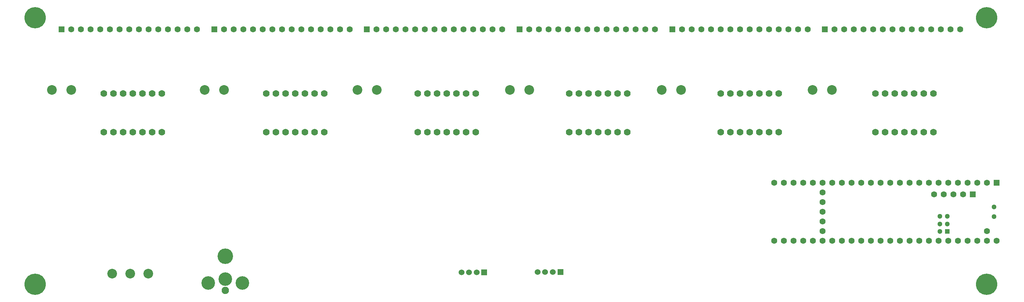
<source format=gbs>
%TF.GenerationSoftware,KiCad,Pcbnew,7.0.10-7.0.10~ubuntu22.04.1*%
%TF.CreationDate,2024-07-14T10:31:00-07:00*%
%TF.ProjectId,arena,6172656e-612e-46b6-9963-61645f706362,rev?*%
%TF.SameCoordinates,Original*%
%TF.FileFunction,Soldermask,Bot*%
%TF.FilePolarity,Negative*%
%FSLAX46Y46*%
G04 Gerber Fmt 4.6, Leading zero omitted, Abs format (unit mm)*
G04 Created by KiCad (PCBNEW 7.0.10-7.0.10~ubuntu22.04.1) date 2024-07-14 10:31:00*
%MOMM*%
%LPD*%
G01*
G04 APERTURE LIST*
%ADD10C,2.540000*%
%ADD11R,1.600000X1.600000*%
%ADD12C,1.600000*%
%ADD13C,1.778000*%
%ADD14C,3.556000*%
%ADD15C,1.930400*%
%ADD16C,4.064000*%
%ADD17R,1.524000X1.524000*%
%ADD18C,1.524000*%
%ADD19C,5.600000*%
%ADD20R,1.300000X1.300000*%
%ADD21C,1.300000*%
G04 APERTURE END LIST*
D10*
%TO.C,C1*%
X49460000Y-74000000D03*
X54540000Y-74000000D03*
%TD*%
%TO.C,C2*%
X89530200Y-74000000D03*
X94610200Y-74000000D03*
%TD*%
%TO.C,C3*%
X129680200Y-74000000D03*
X134760200Y-74000000D03*
%TD*%
%TO.C,C4*%
X169710000Y-74000000D03*
X174790000Y-74000000D03*
%TD*%
%TO.C,C5*%
X209630200Y-74000000D03*
X214710200Y-74000000D03*
%TD*%
D11*
%TO.C,P1*%
X51970000Y-58100000D03*
D12*
X54510000Y-58100000D03*
X57050000Y-58100000D03*
X59590000Y-58100000D03*
X62130000Y-58100000D03*
X64670000Y-58100000D03*
X67210000Y-58100000D03*
X69750000Y-58100000D03*
X72290000Y-58100000D03*
X74830000Y-58100000D03*
X77370000Y-58100000D03*
X79910000Y-58100000D03*
X82450000Y-58100000D03*
X84990000Y-58100000D03*
X87530000Y-58100000D03*
%TD*%
D11*
%TO.C,P2*%
X92070000Y-58100000D03*
D12*
X94610000Y-58100000D03*
X97150000Y-58100000D03*
X99690000Y-58100000D03*
X102230000Y-58100000D03*
X104770000Y-58100000D03*
X107310000Y-58100000D03*
X109850000Y-58100000D03*
X112390000Y-58100000D03*
X114930000Y-58100000D03*
X117470000Y-58100000D03*
X120010000Y-58100000D03*
X122550000Y-58100000D03*
X125090000Y-58100000D03*
X127630000Y-58100000D03*
%TD*%
D11*
%TO.C,P3*%
X132170000Y-58100000D03*
D12*
X134710000Y-58100000D03*
X137250000Y-58100000D03*
X139790000Y-58100000D03*
X142330000Y-58100000D03*
X144870000Y-58100000D03*
X147410000Y-58100000D03*
X149950000Y-58100000D03*
X152490000Y-58100000D03*
X155030000Y-58100000D03*
X157570000Y-58100000D03*
X160110000Y-58100000D03*
X162650000Y-58100000D03*
X165190000Y-58100000D03*
X167730000Y-58100000D03*
%TD*%
D11*
%TO.C,P4*%
X172270000Y-58100000D03*
D12*
X174810000Y-58100000D03*
X177350000Y-58100000D03*
X179890000Y-58100000D03*
X182430000Y-58100000D03*
X184970000Y-58100000D03*
X187510000Y-58100000D03*
X190050000Y-58100000D03*
X192590000Y-58100000D03*
X195130000Y-58100000D03*
X197670000Y-58100000D03*
X200210000Y-58100000D03*
X202750000Y-58100000D03*
X205290000Y-58100000D03*
X207830000Y-58100000D03*
%TD*%
D11*
%TO.C,P5*%
X212370000Y-58100000D03*
D12*
X214910000Y-58100000D03*
X217450000Y-58100000D03*
X219990000Y-58100000D03*
X222530000Y-58100000D03*
X225070000Y-58100000D03*
X227610000Y-58100000D03*
X230150000Y-58100000D03*
X232690000Y-58100000D03*
X235230000Y-58100000D03*
X237770000Y-58100000D03*
X240310000Y-58100000D03*
X242850000Y-58100000D03*
X245390000Y-58100000D03*
X247930000Y-58100000D03*
%TD*%
D11*
%TO.C,P6*%
X252470000Y-58100000D03*
D12*
X255010000Y-58100000D03*
X257550000Y-58100000D03*
X260090000Y-58100000D03*
X262630000Y-58100000D03*
X265170000Y-58100000D03*
X267710000Y-58100000D03*
X270250000Y-58100000D03*
X272790000Y-58100000D03*
X275330000Y-58100000D03*
X277870000Y-58100000D03*
X280410000Y-58100000D03*
X282950000Y-58100000D03*
X285490000Y-58100000D03*
X288030000Y-58100000D03*
%TD*%
D10*
%TO.C,SW1*%
X65250200Y-122200000D03*
X70000000Y-122200000D03*
X74749800Y-122200000D03*
%TD*%
D13*
%TO.C,U1*%
X63060000Y-85080000D03*
X65600000Y-85080000D03*
X68140000Y-85080000D03*
X70680000Y-85080000D03*
X73220000Y-85080000D03*
X75760000Y-85080000D03*
X78300000Y-85080000D03*
X78300000Y-74920000D03*
X75760000Y-74920000D03*
X73220000Y-74920000D03*
X70680000Y-74920000D03*
X68140000Y-74920000D03*
X65600000Y-74920000D03*
X63060000Y-74920000D03*
%TD*%
%TO.C,U2*%
X225120000Y-85080000D03*
X227660000Y-85080000D03*
X230200000Y-85080000D03*
X232740000Y-85080000D03*
X235280000Y-85080000D03*
X237820000Y-85080000D03*
X240360000Y-85080000D03*
X240360000Y-74920000D03*
X237820000Y-74920000D03*
X235280000Y-74920000D03*
X232740000Y-74920000D03*
X230200000Y-74920000D03*
X227660000Y-74920000D03*
X225120000Y-74920000D03*
%TD*%
%TO.C,U3*%
X105740000Y-85080000D03*
X108280000Y-85080000D03*
X110820000Y-85080000D03*
X113360000Y-85080000D03*
X115900000Y-85080000D03*
X118440000Y-85080000D03*
X120980000Y-85080000D03*
X120980000Y-74920000D03*
X118440000Y-74920000D03*
X115900000Y-74920000D03*
X113360000Y-74920000D03*
X110820000Y-74920000D03*
X108280000Y-74920000D03*
X105740000Y-74920000D03*
%TD*%
%TO.C,U4*%
X145560000Y-85080000D03*
X148100000Y-85080000D03*
X150640000Y-85080000D03*
X153180000Y-85080000D03*
X155720000Y-85080000D03*
X158260000Y-85080000D03*
X160800000Y-85080000D03*
X160800000Y-74920000D03*
X158260000Y-74920000D03*
X155720000Y-74920000D03*
X153180000Y-74920000D03*
X150640000Y-74920000D03*
X148100000Y-74920000D03*
X145560000Y-74920000D03*
%TD*%
%TO.C,U5*%
X185300000Y-85080000D03*
X187840000Y-85080000D03*
X190380000Y-85080000D03*
X192920000Y-85080000D03*
X195460000Y-85080000D03*
X198000000Y-85080000D03*
X200540000Y-85080000D03*
X200540000Y-74920000D03*
X198000000Y-74920000D03*
X195460000Y-74920000D03*
X192920000Y-74920000D03*
X190380000Y-74920000D03*
X187840000Y-74920000D03*
X185300000Y-74920000D03*
%TD*%
%TO.C,U6*%
X265790000Y-85080000D03*
X268330000Y-85080000D03*
X270870000Y-85080000D03*
X273410000Y-85080000D03*
X275950000Y-85080000D03*
X278490000Y-85080000D03*
X281030000Y-85080000D03*
X281030000Y-74920000D03*
X278490000Y-74920000D03*
X275950000Y-74920000D03*
X273410000Y-74920000D03*
X270870000Y-74920000D03*
X268330000Y-74920000D03*
X265790000Y-74920000D03*
%TD*%
D14*
%TO.C,J1*%
X99495800Y-124670000D03*
D15*
X95000000Y-126676600D03*
D14*
X90504200Y-124670000D03*
D16*
X95000000Y-117685000D03*
D14*
X95000000Y-123679400D03*
%TD*%
D17*
%TO.C,J2*%
X163000000Y-121880000D03*
D18*
X161000000Y-121880000D03*
X159000000Y-121880000D03*
X157000000Y-121880000D03*
%TD*%
D19*
%TO.C,H1*%
X45000000Y-55000000D03*
%TD*%
%TO.C,H2*%
X45000000Y-125000000D03*
%TD*%
%TO.C,H4*%
X295000000Y-55000000D03*
%TD*%
D11*
%TO.C,U7*%
X297610000Y-98368400D03*
D12*
X295070000Y-98368400D03*
X292530000Y-98368400D03*
X289990000Y-98368400D03*
X287450000Y-98368400D03*
X284910000Y-98368400D03*
X282370000Y-98368400D03*
X279830000Y-98368400D03*
X277290000Y-98368400D03*
X274750000Y-98368400D03*
X272210000Y-98368400D03*
X269670000Y-98368400D03*
X267130000Y-98368400D03*
X264590000Y-98368400D03*
X262050000Y-98368400D03*
X259510000Y-98368400D03*
X256970000Y-98368400D03*
X254430000Y-98368400D03*
X251890000Y-98368400D03*
X249350000Y-98368400D03*
X246810000Y-98368400D03*
X244270000Y-98368400D03*
X241730000Y-98368400D03*
X239190000Y-98368400D03*
X239190000Y-113608400D03*
X241730000Y-113608400D03*
X244270000Y-113608400D03*
X246810000Y-113608400D03*
X249350000Y-113608400D03*
X251890000Y-113608400D03*
X254430000Y-113608400D03*
X256970000Y-113608400D03*
X259510000Y-113608400D03*
X262050000Y-113608400D03*
X264590000Y-113608400D03*
X267130000Y-113608400D03*
X269670000Y-113608400D03*
X272210000Y-113608400D03*
X274750000Y-113608400D03*
X277290000Y-113608400D03*
X279830000Y-113608400D03*
X282370000Y-113608400D03*
X284910000Y-113608400D03*
X287450000Y-113608400D03*
X289990000Y-113608400D03*
X292530000Y-113608400D03*
X295070000Y-113608400D03*
X297610000Y-113608400D03*
X295070000Y-111068400D03*
X251890000Y-100908400D03*
X251890000Y-103448400D03*
X251890000Y-105988400D03*
X251890000Y-108528400D03*
X251890000Y-111068400D03*
D11*
X291310800Y-101419200D03*
D12*
X288770800Y-101419200D03*
X286230800Y-101419200D03*
X283690800Y-101419200D03*
X281150800Y-101419200D03*
D20*
X284640000Y-111170000D03*
D21*
X284640000Y-109170000D03*
X284640000Y-107170000D03*
X282640000Y-107170000D03*
X282640000Y-109170000D03*
X282640000Y-111170000D03*
X296880000Y-107258400D03*
X296880000Y-104718400D03*
%TD*%
D19*
%TO.C,H3*%
X295000000Y-125000000D03*
%TD*%
D17*
%TO.C,J3*%
X183000000Y-121850000D03*
D18*
X181000000Y-121850000D03*
X179000000Y-121850000D03*
X177000000Y-121850000D03*
%TD*%
D10*
%TO.C,C6*%
X249260000Y-74000000D03*
X254340000Y-74000000D03*
%TD*%
M02*

</source>
